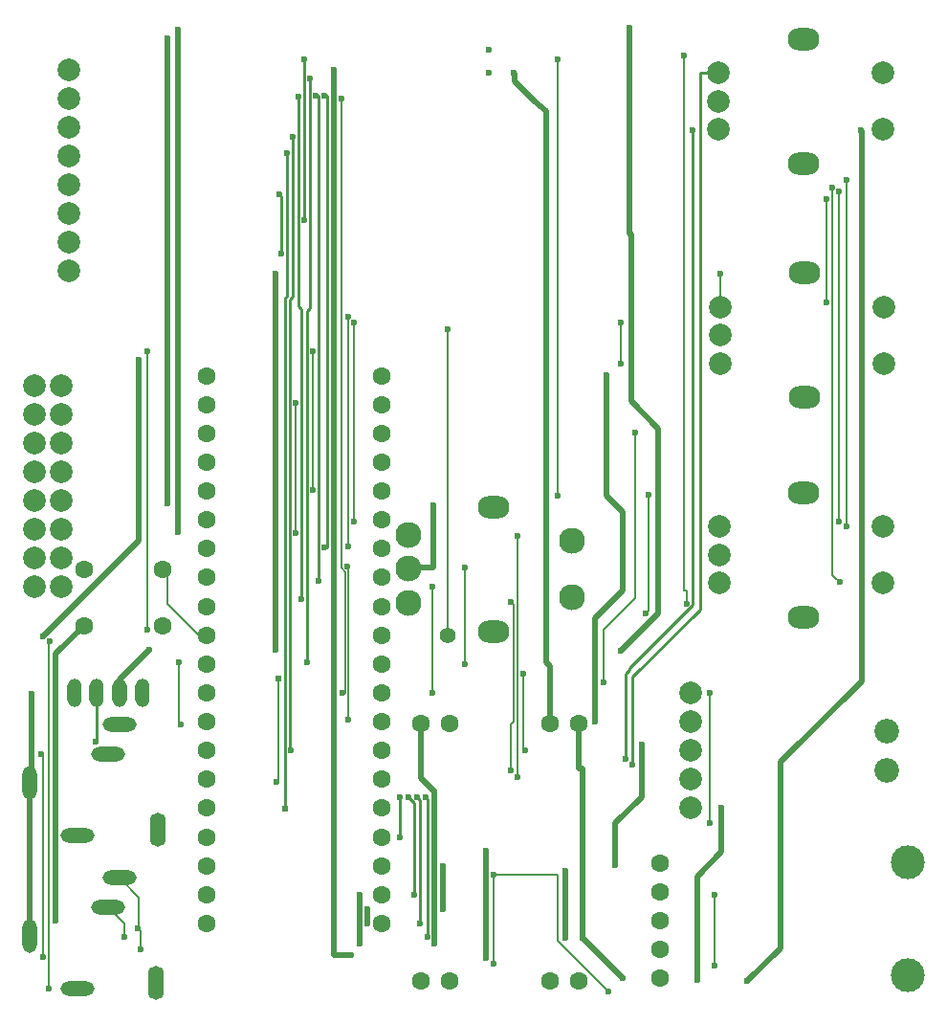
<source format=gtl>
G04 Layer: TopLayer*
G04 EasyEDA v6.5.54, 2026-02-11 12:30:12*
G04 eb789f6f9b4241e9a458f17a6f4b8d6f,92e600de7ff74937a4e092c024f19ce6,10*
G04 Gerber Generator version 0.2*
G04 Scale: 100 percent, Rotated: No, Reflected: No *
G04 Dimensions in millimeters *
G04 leading zeros omitted , absolute positions ,4 integer and 5 decimal *
%FSLAX45Y45*%
%MOMM*%

%ADD10C,0.5000*%
%ADD11C,0.2000*%
%ADD12C,0.2500*%
%ADD13C,0.8000*%
%ADD14C,2.3000*%
%ADD15O,2.799994X1.999996*%
%ADD16O,0.0149X1.999996*%
%ADD17C,2.0000*%
%ADD18C,1.6000*%
%ADD19C,2.9997*%
%ADD20C,2.1844*%
%ADD21O,1.27X2.54*%
%ADD22O,1.28999X2.54*%
%ADD23O,2.999994X1.299997*%
%ADD24O,1.399997X2.999994*%
%ADD25O,1.299997X2.999994*%
%ADD26C,0.6000*%
%ADD27C,1.4000*%
%ADD28C,0.6200*%

%LPD*%
D10*
X-4076702Y1435100D02*
G01*
X-4076702Y6921494D01*
X-4076700Y6921497D01*
X-4076700Y6921497D01*
X-4076702Y1435100D02*
G01*
X-4076702Y634997D01*
X-3924300Y634997D01*
X-2730500Y609597D02*
G01*
X-2730500Y1562100D01*
X-2730502Y1562100D01*
X-1663702Y5765876D02*
G01*
X-1663702Y4699076D01*
X-1524002Y4559376D01*
X-1524002Y3860876D01*
X-1765302Y3619576D01*
X-1765302Y2705176D01*
D11*
X-2451102Y4343400D02*
G01*
X-2451102Y2209800D01*
X-2451100Y2209797D01*
X-2514602Y2273376D02*
G01*
X-2514602Y2679776D01*
X-2489202Y2705176D01*
X-2489202Y3733876D01*
X-2514602Y3759276D01*
X-5593590Y4047312D02*
G01*
X-5549902Y4047312D01*
X-5549902Y3746576D01*
X-5271010Y3467684D01*
X-5205298Y3467633D01*
D10*
X-4597402Y3340176D02*
G01*
X-4597402Y3848176D01*
X-5976368Y2959176D02*
G01*
X-5976368Y3078810D01*
X-5715002Y3340176D01*
X-419102Y406476D02*
G01*
X-127002Y698576D01*
X-127002Y2346020D01*
X593849Y3055188D01*
X596897Y3416376D01*
X-4597400Y3848097D02*
G01*
X-4597400Y5638800D01*
X-4597402Y5638800D01*
X-2163320Y2686888D02*
G01*
X-2163320Y3191840D01*
X-2197102Y3225876D01*
X-2197102Y8102676D01*
X-2298702Y8191576D01*
X-2476502Y8369376D01*
X-2476502Y8432876D01*
D12*
X-3492500Y1676397D02*
G01*
X-3492500Y2031997D01*
X-3492502Y2032000D01*
X-3365500Y1168397D02*
G01*
X-3365500Y1981197D01*
X-3416302Y2032000D01*
X-3340102Y2032000D02*
G01*
X-3314700Y2006597D01*
X-3314700Y914397D01*
X-3263902Y2032000D02*
G01*
X-3251200Y2019297D01*
X-3251200Y800097D01*
D11*
X-2387600Y2451097D02*
G01*
X-2387600Y2451097D01*
X-2400302Y2463800D01*
X-2400302Y3124200D01*
X-977902Y8597900D02*
G01*
X-977902Y3860878D01*
X-952500Y3860878D01*
X-952500Y3746497D01*
D12*
X-1460502Y3162376D02*
G01*
X-1460502Y3175076D01*
X-901702Y3733876D01*
X-901700Y3733797D02*
G01*
X-901700Y7937500D01*
X-901702Y7937500D01*
D10*
X-1879600Y787478D02*
G01*
X-1523987Y431878D01*
X-5803902Y5905500D02*
G01*
X-5803902Y4305300D01*
X-6654805Y3454397D01*
X-5549905Y4635497D02*
G01*
X-5549905Y8750297D01*
X-5549902Y8750300D01*
D11*
X-6654805Y622297D02*
G01*
X-6654805Y2400302D01*
X-6667502Y2413000D01*
D10*
X-6769432Y2159711D02*
G01*
X-6769099Y927105D01*
X-6769991Y802919D01*
X-6756402Y2946400D02*
G01*
X-6756399Y2946400D01*
X-6756399Y2235197D01*
D11*
X-6604005Y342897D02*
G01*
X-6604005Y3403597D01*
X-6591302Y3416300D01*
D10*
X-6540502Y939800D02*
G01*
X-6540502Y1399362D01*
X-6540499Y1399367D01*
X-6540499Y3300552D01*
X-6293611Y3547440D01*
X-3202688Y4621098D02*
G01*
X-3202688Y4064076D01*
X-3408936Y4064076D01*
X-3418842Y4053916D01*
X-1460500Y8839278D02*
G01*
X-1460500Y7023178D01*
X-1447800Y7010478D01*
X-1447800Y5537278D01*
X-1206500Y5295978D01*
X-1206500Y3657602D01*
X-1536702Y3327400D01*
X-5461000Y4381497D02*
G01*
X-5461000Y8826497D01*
X-5461002Y8826500D01*
X-3111502Y1041400D02*
G01*
X-3111502Y1422394D01*
X-3111500Y1422397D01*
X-2032000Y1384378D02*
G01*
X-2032000Y787397D01*
X-1879602Y787476D02*
G01*
X-1879602Y2290140D01*
X-1909320Y2290140D01*
X-1909320Y2686888D01*
D11*
X-1651002Y317500D02*
G01*
X-2095500Y761997D01*
X-2095500Y901697D01*
X-2095500Y1346197D01*
X-2667000Y1346197D01*
X-5816602Y876376D02*
G01*
X-5803902Y876376D01*
X-5803902Y1146886D01*
X-5979924Y1322908D01*
D12*
X-1435102Y2324100D02*
G01*
X-1435102Y3098873D01*
X-838200Y3695778D01*
X-838200Y8441509D01*
X-674115Y8441509D01*
D10*
X-3187702Y2082800D02*
G01*
X-3309315Y2204412D01*
X-3309315Y2686809D01*
D11*
X-2667000Y1346197D02*
G01*
X-2667000Y558800D01*
X-2667002Y558800D01*
D10*
X-3784600Y914397D02*
G01*
X-3784600Y1041397D01*
X-3784602Y1041400D01*
X-3187702Y736600D02*
G01*
X-3187702Y2082794D01*
X-3187700Y2082797D01*
X-3848100Y1168397D02*
G01*
X-3848100Y736602D01*
X-3848102Y736600D01*
D11*
X-711200Y1168397D02*
G01*
X-711200Y546100D01*
X-711202Y546100D01*
D12*
X-1498602Y2374900D02*
G01*
X-1498602Y3124194D01*
X-1460500Y3162297D01*
D10*
X596900Y3416371D02*
G01*
X596900Y3886197D01*
X596900Y3886197D02*
G01*
X596900Y5867397D01*
X596900Y5867397D02*
G01*
X596900Y7924797D01*
X584200Y7937497D01*
D11*
X457200Y7492997D02*
G01*
X457200Y4432297D01*
X330200Y7429497D02*
G01*
X330200Y4002859D01*
X355600Y3977459D01*
X395983Y3937078D01*
X393700Y7391397D02*
G01*
X393700Y4470402D01*
X279400Y7327897D02*
G01*
X279400Y6413502D01*
X-660400Y6667497D02*
G01*
X-660400Y6372494D01*
X-661489Y6371409D01*
D10*
X-863602Y419176D02*
G01*
X-863602Y1333576D01*
X-647702Y1549476D01*
X-647702Y1943176D01*
D11*
X-5930902Y800100D02*
G01*
X-5930902Y913711D01*
X-6080000Y1062809D01*
X-5791202Y685800D02*
G01*
X-5791202Y850894D01*
X-5816605Y876297D01*
X-749300Y2959940D02*
G01*
X-749300Y1816097D01*
X-749300Y1803402D01*
X-749302Y1803400D01*
D12*
X-4457702Y2451100D02*
G01*
X-4470400Y2451100D01*
X-4470400Y6438902D01*
X-4445000Y6464302D01*
X-4445000Y7873997D01*
X-4495800Y7734378D02*
G01*
X-4495800Y6464302D01*
X-4508500Y6451602D01*
X-4508500Y1930400D01*
X-4508502Y1930400D01*
X-4546600Y6845297D02*
G01*
X-4546600Y7353297D01*
X-4559302Y7366000D01*
X-4165602Y4241876D02*
G01*
X-4140202Y4241876D01*
X-4140202Y8242376D01*
X-4165602Y8242376D01*
D10*
X-4076702Y8470900D02*
G01*
X-4076702Y6921500D01*
X-4076700Y6921497D01*
X-4597402Y6667500D02*
G01*
X-4597400Y6667497D01*
X-4597400Y5638797D01*
X-1356616Y2501978D02*
G01*
X-1356616Y2034286D01*
X-1587502Y1803400D01*
X-1587502Y1435100D01*
D12*
X-4216402Y3949776D02*
G01*
X-4216402Y8242376D01*
X-4241802Y8242376D01*
D11*
X-1409700Y5257797D02*
G01*
X-1409700Y5257797D01*
X-1409700Y3797378D01*
X-1689102Y3517973D01*
X-1689102Y3048000D01*
X-5727702Y5981700D02*
G01*
X-5727702Y3708542D01*
X-5727705Y3708539D01*
X-5727705Y3517897D01*
X-1293141Y4711697D02*
G01*
X-1293141Y3685260D01*
X-1320802Y3657600D01*
X-3210841Y3898900D02*
G01*
X-3210841Y2959100D01*
X-4572002Y3086100D02*
G01*
X-4572002Y2171697D01*
X-4584700Y2171697D01*
D13*
X-5880102Y1308100D02*
G01*
X-5894908Y1322905D01*
X-5980000Y1322905D01*
D11*
X-3949700Y4254497D02*
G01*
X-3949700Y6286497D01*
X-3949702Y6286500D01*
X-3071141Y3467630D02*
G01*
X-3073402Y3469891D01*
X-3073402Y6172200D01*
X-4267200Y4749797D02*
G01*
X-4267200Y5981697D01*
X-4267202Y5981700D01*
X-3949700Y2717797D02*
G01*
X-3949700Y4076700D01*
X-3962402Y4076700D01*
X-3898900Y4470397D02*
G01*
X-3898900Y6235697D01*
X-3898902Y6235700D01*
D12*
X-4368800Y3784597D02*
G01*
X-4368800Y6349997D01*
X-4394202Y6375400D01*
X-4394202Y8229600D01*
D11*
X-4000500Y2959097D02*
G01*
X-3975100Y2959097D01*
X-3975100Y4025897D01*
X-4013200Y4063997D01*
X-4013200Y8216897D01*
X-4013202Y8216900D01*
D12*
X-4318002Y3225800D02*
G01*
X-4318002Y6337371D01*
X-4318000Y6337371D01*
X-4292600Y6362766D01*
X-4292600Y8394697D01*
D11*
X-4419602Y5524500D02*
G01*
X-4419602Y4368797D01*
X-4419600Y4368797D01*
D12*
X-6184902Y2527300D02*
G01*
X-6184902Y2540078D01*
X-6178047Y2540078D01*
X-6178047Y2959178D01*
D11*
X-5448302Y3225800D02*
G01*
X-5448302Y2692400D01*
X-5435600Y2679697D01*
X-2918741Y3212566D02*
G01*
X-2918741Y4064000D01*
X-2095502Y8559800D02*
G01*
X-2095502Y4698997D01*
X-2095500Y4698997D01*
X-1536700Y6235697D02*
G01*
X-1536700Y6235697D01*
X-1536700Y5867402D01*
X-1536702Y5867400D01*
D12*
X-4343400Y7137397D02*
G01*
X-4343402Y7137400D01*
X-4343402Y8559800D01*
D14*
G01*
X-3418867Y4353991D03*
G01*
X-3418867Y4053992D03*
G01*
X-3418867Y3753993D03*
G01*
X-1968883Y3801338D03*
G01*
X-1968883Y4301337D03*
D15*
G01*
X-2668882Y4601337D03*
G01*
X-2668882Y3501339D03*
D17*
G01*
X-6426202Y6692900D03*
G01*
X-6426202Y6946900D03*
G01*
X-6426202Y7200900D03*
G01*
X-6426202Y7454900D03*
G01*
X-6426202Y7708900D03*
G01*
X-6426202Y7962900D03*
G01*
X-6426202Y8216900D03*
G01*
X-6426202Y8470900D03*
D18*
G01*
X-1193802Y1447800D03*
G01*
X-1193802Y1193800D03*
G01*
X-1193802Y939800D03*
G01*
X-1193802Y685800D03*
G01*
X-1193802Y431800D03*
D19*
G01*
X1003297Y1460500D03*
G01*
X1003297Y457200D03*
D17*
G01*
X-924841Y1943100D03*
D20*
G01*
X815058Y2268397D03*
G01*
X815058Y2618409D03*
D17*
G01*
X-924841Y2959100D03*
G01*
X-924841Y2705100D03*
G01*
X-924841Y2451100D03*
G01*
X-924841Y2197100D03*
D18*
G01*
X-3309317Y406400D03*
G01*
X-1909269Y406400D03*
G01*
X-3309317Y2686812D03*
G01*
X-1909269Y2686812D03*
G01*
X-3056155Y2686812D03*
G01*
X-2163269Y2686812D03*
G01*
X-2164361Y405536D03*
G01*
X-3055444Y406247D03*
D21*
G01*
X-6177993Y2959100D03*
G01*
X-6376291Y2959100D03*
G01*
X-5776292Y2959100D03*
D22*
G01*
X-5976292Y2959100D03*
D17*
G01*
X-6731002Y5676900D03*
G01*
X-6731002Y5422900D03*
G01*
X-6731002Y5168900D03*
G01*
X-6731002Y4914900D03*
G01*
X-6731002Y4660900D03*
G01*
X-6731002Y4406900D03*
G01*
X-6731002Y4152900D03*
G01*
X-6731002Y3898900D03*
G01*
X-6489702Y5676900D03*
G01*
X-6489702Y5422900D03*
G01*
X-6489702Y5168900D03*
G01*
X-6489702Y4914900D03*
G01*
X-6489702Y4660900D03*
G01*
X-6489702Y4406900D03*
G01*
X-6489702Y4152900D03*
G01*
X-6489702Y3898900D03*
D18*
G01*
X-6293563Y4047286D03*
G01*
X-5593615Y4047286D03*
G01*
X-6293563Y3547313D03*
G01*
X-5593615Y3547313D03*
D17*
G01*
X-671934Y4428312D03*
G01*
X-671934Y4178325D03*
G01*
X-671934Y3928313D03*
G01*
X778050Y3928313D03*
G01*
X778050Y4428312D03*
D15*
G01*
X78051Y4728311D03*
G01*
X78051Y3628313D03*
D17*
G01*
X-674194Y8441486D03*
G01*
X-674194Y8191500D03*
G01*
X-674194Y7941487D03*
G01*
X775789Y7941487D03*
G01*
X775789Y8441486D03*
D15*
G01*
X75791Y8741486D03*
G01*
X75791Y7641488D03*
D17*
G01*
X-661494Y6371412D03*
G01*
X-661494Y6121425D03*
G01*
X-661494Y5871413D03*
G01*
X788489Y5871413D03*
G01*
X788489Y6371412D03*
D15*
G01*
X88491Y6671411D03*
G01*
X88491Y5571413D03*
D18*
G01*
X-3659304Y917117D03*
G01*
X-3659304Y1172159D03*
G01*
X-3659304Y1427200D03*
G01*
X-3659304Y5252999D03*
G01*
X-3659304Y2702458D03*
G01*
X-3659304Y3722674D03*
G01*
X-3659304Y4232782D03*
G01*
X-3659304Y2447417D03*
G01*
X-3659304Y4487824D03*
G01*
X-3659304Y3977741D03*
G01*
X-3659304Y3467633D03*
G01*
X-3659304Y5508040D03*
G01*
X-3659304Y4997932D03*
G01*
X-3659304Y2957525D03*
G01*
X-3659304Y1937308D03*
G01*
X-3659304Y1682267D03*
G01*
X-3659304Y2192375D03*
G01*
X-3659304Y5763107D03*
G01*
X-3659304Y3212566D03*
G01*
X-3659304Y4742891D03*
G01*
X-5205300Y4742891D03*
G01*
X-5205300Y3212566D03*
G01*
X-5205300Y5763107D03*
G01*
X-5205300Y2192375D03*
G01*
X-5205300Y1682267D03*
G01*
X-5205300Y1937308D03*
G01*
X-5205300Y2957525D03*
G01*
X-5205300Y4997932D03*
G01*
X-5205300Y5508040D03*
G01*
X-5205300Y3467633D03*
G01*
X-5205300Y3977741D03*
G01*
X-5205300Y4487824D03*
G01*
X-5205300Y2447417D03*
G01*
X-5205300Y4232782D03*
G01*
X-5205300Y3722674D03*
G01*
X-5205300Y2702458D03*
G01*
X-5205300Y5252999D03*
G01*
X-5205300Y1427200D03*
G01*
X-5205300Y1172159D03*
G01*
X-5205300Y917117D03*
D23*
G01*
X-6349443Y1699691D03*
D24*
G01*
X-5639437Y1749704D03*
D23*
G01*
X-6079441Y2419705D03*
G01*
X-5979441Y2679700D03*
D25*
G01*
X-6769432Y2159711D03*
D23*
G01*
X-6350002Y342900D03*
D24*
G01*
X-5651502Y393700D03*
D23*
G01*
X-6080000Y1062913D03*
G01*
X-5980000Y1322908D03*
D25*
G01*
X-6769991Y802919D03*
D26*
G01*
X-3848102Y1168400D03*
G01*
X-3848102Y736600D03*
G01*
X-3187702Y736600D03*
G01*
X-3784602Y914400D03*
G01*
X-3784602Y1041400D03*
G01*
X-4076702Y1435100D03*
G01*
X-4076702Y6921500D03*
G01*
X-1879602Y787400D03*
G01*
X-4076702Y8470900D03*
G01*
X-711202Y1168400D03*
G01*
X-3924302Y635000D03*
G01*
X-2730502Y609600D03*
G01*
X-863602Y419100D03*
G01*
X-647702Y1943100D03*
G01*
X-1409702Y5257800D03*
G01*
X-1663702Y5765800D03*
G01*
X-1356641Y2501900D03*
G01*
X-1587502Y1435100D03*
G01*
X-3202764Y4621047D03*
G01*
X-2451102Y2209800D03*
G01*
X-2514602Y2273300D03*
G01*
X-2514602Y3759200D03*
G01*
X-2918741Y3212566D03*
G01*
X-2918741Y4064000D03*
G01*
X-1435102Y2324100D03*
G01*
X-1498602Y2374900D03*
G01*
X-901702Y7937500D03*
G01*
X-2387602Y2451100D03*
G01*
X-977902Y8597900D03*
G01*
X-3949702Y4254500D03*
G01*
X-3949702Y6286500D03*
G01*
X-660402Y6667500D03*
G01*
X-3898902Y4470400D03*
G01*
X-3898902Y6235700D03*
G01*
X-1536702Y6235700D03*
G01*
X-1536702Y5867400D03*
G01*
X-4000502Y2959100D03*
G01*
X-4013202Y8216900D03*
G01*
X279397Y7327900D03*
G01*
X279397Y6413500D03*
G01*
X-4165602Y4241800D03*
G01*
X-4165602Y8242300D03*
G01*
X393697Y7391400D03*
G01*
X393697Y4470400D03*
G01*
X-4216402Y3949700D03*
G01*
X-4241802Y8242300D03*
G01*
X330197Y7429500D03*
G01*
X395958Y3937000D03*
G01*
X-4318002Y3225800D03*
G01*
X-4292602Y8394700D03*
G01*
X457197Y7493000D03*
G01*
X457197Y4432300D03*
G01*
X-419102Y406400D03*
G01*
X596897Y3886200D03*
G01*
X-4597402Y5638800D03*
G01*
X-4597402Y6667500D03*
G01*
X-3949702Y2717800D03*
G01*
X-3962402Y4076700D03*
G01*
X-4368802Y3784600D03*
G01*
X-4394202Y8229600D03*
G01*
X-4457702Y2451100D03*
G01*
X-4495802Y7734300D03*
D27*
G01*
X-3071141Y3467633D03*
D26*
G01*
X-3073402Y6172200D03*
G01*
X-4546602Y6845300D03*
G01*
X-2095502Y8559800D03*
G01*
X-2095502Y4699000D03*
G01*
X-1293141Y4711700D03*
G01*
X-1320802Y3657600D03*
G01*
X-3210841Y3898900D03*
G01*
X-3210841Y2959100D03*
G01*
X-749302Y2959100D03*
G01*
X-749302Y1803400D03*
G01*
X-4419602Y5524500D03*
G01*
X-4419602Y4368800D03*
G01*
X-6184902Y2527300D03*
G01*
X-4584702Y2171700D03*
G01*
X-2451102Y4343400D03*
G01*
X-5727702Y5981700D03*
G01*
X-4267202Y5981700D03*
G01*
X-4597402Y3848100D03*
G01*
X-2705102Y8648700D03*
G01*
X-2705102Y8445500D03*
G01*
X-2489202Y8445500D03*
G01*
X-4267202Y4749800D03*
G01*
X-6756402Y2946400D03*
G01*
X-6667502Y2413000D03*
G01*
X584197Y7937500D03*
G01*
X596897Y5867400D03*
G01*
X596897Y5334000D03*
G01*
X-5461002Y4381500D03*
G01*
X-5549902Y4635500D03*
G01*
X-4559302Y7366000D03*
G01*
X-1536702Y3327400D03*
G01*
X-952502Y3746500D03*
G01*
X-1689102Y3048000D03*
G01*
X-1765302Y2705100D03*
G01*
X-2400302Y3124200D03*
G01*
X-5448302Y3225800D03*
G01*
X-5435602Y2679700D03*
G01*
X-5727702Y3517900D03*
G01*
X-4343402Y7137400D03*
G01*
X-4343402Y8559800D03*
D28*
G01*
X-4508502Y1930400D03*
G01*
X-4572002Y3086100D03*
D26*
G01*
X-5816602Y876300D03*
G01*
X-3187702Y2082800D03*
G01*
X-4445002Y7874000D03*
G01*
X-5549902Y8750300D03*
G01*
X-5461002Y8826500D03*
G01*
X-1460502Y8839276D03*
G01*
X-6540502Y939800D03*
G01*
X-711202Y546100D03*
G01*
X-6654802Y622300D03*
G01*
X-5791202Y685800D03*
G01*
X-5930902Y800100D03*
G01*
X-2667002Y1346200D03*
G01*
X-2667002Y558800D03*
G01*
X-2730502Y1562100D03*
G01*
X-1651002Y317500D03*
G01*
X-2032002Y1384376D03*
G01*
X-2032002Y787400D03*
G01*
X-3111502Y1041400D03*
G01*
X-3111502Y1422400D03*
G01*
X-6604002Y342900D03*
G01*
X-6591302Y3416300D03*
G01*
X-5803902Y5905500D03*
G01*
X-6654802Y3454400D03*
G01*
X-1523977Y431876D03*
G01*
X-3263902Y2032000D03*
G01*
X-3251202Y800100D03*
G01*
X-3340102Y2032000D03*
G01*
X-3314702Y914400D03*
G01*
X-3365502Y1168400D03*
G01*
X-3416302Y2032000D03*
G01*
X-3492502Y1676400D03*
G01*
X-3492502Y2032000D03*
G01*
X-5715002Y3340100D03*
G01*
X-4597402Y3340100D03*
M02*

</source>
